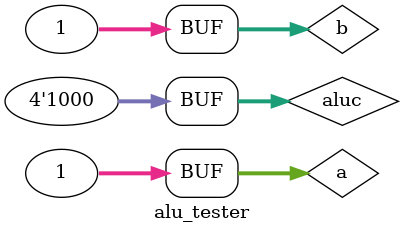
<source format=v>
`timescale 1ns / 1ps


module alu_tester;

	// Inputs
	reg [31:0] a;
	reg [31:0] b;
	reg [3:0] aluc;

	// Outputs
	wire zero;
	wire [31:0] result;

	// Instantiate the Unit Under Test (UUT)
	alu uut (
		.a(a), 
		.b(b), 
		.aluc(aluc), 
		.zero(zero), 
		.result(result)
	);

	initial begin
		// Initialize Inputs
		a = 0;
		b = 0;
		aluc = 0;

		// Wait 100 ns for global reset to finish

		#100;
		a = 127;
		b = 128;
		aluc = 3;		
		

		#100;
		a = 128;
		b = 128;
		aluc = 3;
			
		#100;
		a = 1;
		b = 1;
		aluc = 8;
	
		// Add stimulus here

	end
      
endmodule


</source>
